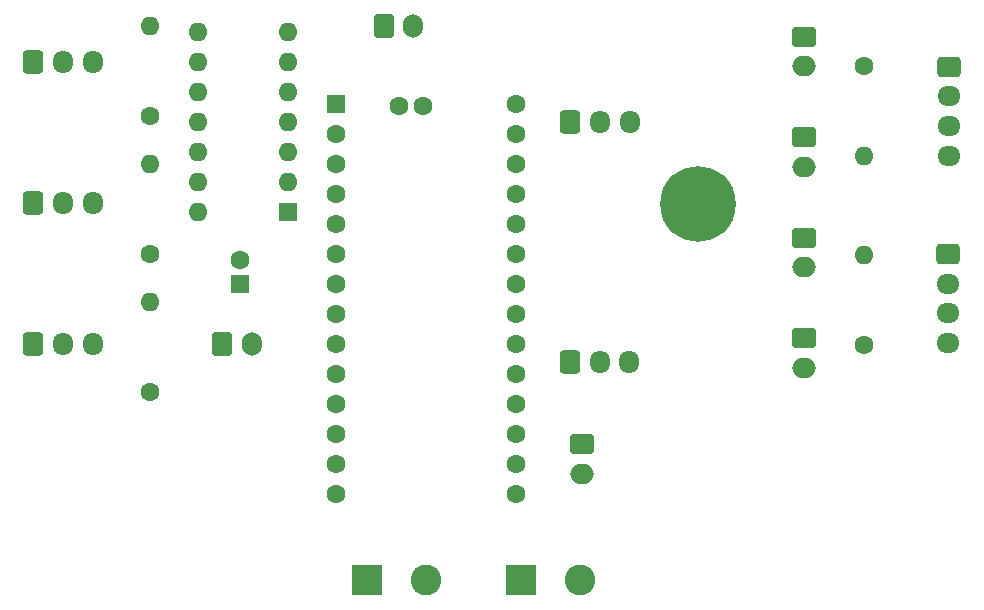
<source format=gbs>
%TF.GenerationSoftware,KiCad,Pcbnew,7.0.6*%
%TF.CreationDate,2023-08-20T14:13:00+01:00*%
%TF.ProjectId,Wand Board,57616e64-2042-46f6-9172-642e6b696361,rev?*%
%TF.SameCoordinates,Original*%
%TF.FileFunction,Soldermask,Bot*%
%TF.FilePolarity,Negative*%
%FSLAX46Y46*%
G04 Gerber Fmt 4.6, Leading zero omitted, Abs format (unit mm)*
G04 Created by KiCad (PCBNEW 7.0.6) date 2023-08-20 14:13:00*
%MOMM*%
%LPD*%
G01*
G04 APERTURE LIST*
G04 Aperture macros list*
%AMRoundRect*
0 Rectangle with rounded corners*
0 $1 Rounding radius*
0 $2 $3 $4 $5 $6 $7 $8 $9 X,Y pos of 4 corners*
0 Add a 4 corners polygon primitive as box body*
4,1,4,$2,$3,$4,$5,$6,$7,$8,$9,$2,$3,0*
0 Add four circle primitives for the rounded corners*
1,1,$1+$1,$2,$3*
1,1,$1+$1,$4,$5*
1,1,$1+$1,$6,$7*
1,1,$1+$1,$8,$9*
0 Add four rect primitives between the rounded corners*
20,1,$1+$1,$2,$3,$4,$5,0*
20,1,$1+$1,$4,$5,$6,$7,0*
20,1,$1+$1,$6,$7,$8,$9,0*
20,1,$1+$1,$8,$9,$2,$3,0*%
G04 Aperture macros list end*
%ADD10RoundRect,0.250000X-0.600000X-0.725000X0.600000X-0.725000X0.600000X0.725000X-0.600000X0.725000X0*%
%ADD11O,1.700000X1.950000*%
%ADD12C,1.600000*%
%ADD13O,1.600000X1.600000*%
%ADD14R,2.600000X2.600000*%
%ADD15C,2.600000*%
%ADD16RoundRect,0.250000X-0.725000X0.600000X-0.725000X-0.600000X0.725000X-0.600000X0.725000X0.600000X0*%
%ADD17O,1.950000X1.700000*%
%ADD18RoundRect,0.250000X-0.750000X0.600000X-0.750000X-0.600000X0.750000X-0.600000X0.750000X0.600000X0*%
%ADD19O,2.000000X1.700000*%
%ADD20R,1.600000X1.600000*%
%ADD21RoundRect,0.250000X-0.600000X-0.750000X0.600000X-0.750000X0.600000X0.750000X-0.600000X0.750000X0*%
%ADD22O,1.700000X2.000000*%
%ADD23C,6.400000*%
G04 APERTURE END LIST*
D10*
X57230000Y-96503000D03*
D11*
X59730000Y-96503000D03*
X62230000Y-96503000D03*
D10*
X57230000Y-72644000D03*
D11*
X59730000Y-72644000D03*
X62230000Y-72644000D03*
D12*
X67056000Y-77216000D03*
D13*
X67056000Y-69596000D03*
D10*
X102696000Y-77724000D03*
D11*
X105196000Y-77724000D03*
X107696000Y-77724000D03*
D12*
X67056000Y-88900000D03*
D13*
X67056000Y-81280000D03*
D12*
X127508000Y-73000000D03*
D13*
X127508000Y-80620000D03*
D14*
X98500000Y-116500000D03*
D15*
X103500000Y-116500000D03*
D16*
X134770000Y-73054000D03*
D17*
X134770000Y-75554000D03*
X134770000Y-78054000D03*
X134770000Y-80554000D03*
D18*
X103632000Y-105000000D03*
D19*
X103632000Y-107500000D03*
D12*
X67056000Y-100584000D03*
D13*
X67056000Y-92964000D03*
D10*
X57230000Y-84582000D03*
D11*
X59730000Y-84582000D03*
X62230000Y-84582000D03*
D20*
X74676000Y-91408000D03*
D12*
X74676000Y-89408000D03*
D18*
X122500000Y-87500000D03*
D19*
X122500000Y-90000000D03*
D10*
X102656000Y-98044000D03*
D11*
X105156000Y-98044000D03*
X107656000Y-98044000D03*
D12*
X127508000Y-96620000D03*
D13*
X127508000Y-89000000D03*
D18*
X122500000Y-79000000D03*
D19*
X122500000Y-81500000D03*
D21*
X86868000Y-69596000D03*
D22*
X89368000Y-69596000D03*
D16*
X134620000Y-88900000D03*
D17*
X134620000Y-91400000D03*
X134620000Y-93900000D03*
X134620000Y-96400000D03*
D18*
X122500000Y-70500000D03*
D19*
X122500000Y-73000000D03*
D20*
X82880000Y-76180000D03*
D12*
X82880000Y-78720000D03*
X82880000Y-81260000D03*
X82880000Y-83800000D03*
X82880000Y-86340000D03*
X82880000Y-88880000D03*
X82880000Y-91420000D03*
X82880000Y-93960000D03*
X82880000Y-96500000D03*
X82880000Y-99040000D03*
X82880000Y-101580000D03*
X82880000Y-104120000D03*
X82880000Y-106660000D03*
X82880000Y-109200000D03*
X98120000Y-109200000D03*
X98120000Y-106660000D03*
X98120000Y-104120000D03*
X98120000Y-101580000D03*
X98120000Y-99040000D03*
X98120000Y-96500000D03*
X98120000Y-93960000D03*
X98120000Y-91420000D03*
X98120000Y-88880000D03*
X98120000Y-86340000D03*
X98120000Y-83800000D03*
X98120000Y-81260000D03*
X98120000Y-78720000D03*
X98120000Y-76180000D03*
X88214000Y-76357800D03*
X90195200Y-76357800D03*
D20*
X78740000Y-85344000D03*
D13*
X78740000Y-82804000D03*
X78740000Y-80264000D03*
X78740000Y-77724000D03*
X78740000Y-75184000D03*
X78740000Y-72644000D03*
X78740000Y-70104000D03*
X71120000Y-70104000D03*
X71120000Y-72644000D03*
X71120000Y-75184000D03*
X71120000Y-77724000D03*
X71120000Y-80264000D03*
X71120000Y-82804000D03*
X71120000Y-85344000D03*
D18*
X122500000Y-96000000D03*
D19*
X122500000Y-98500000D03*
D21*
X73192000Y-96520000D03*
D22*
X75692000Y-96520000D03*
D14*
X85500000Y-116500000D03*
D15*
X90500000Y-116500000D03*
D23*
X113500000Y-84625000D03*
M02*

</source>
